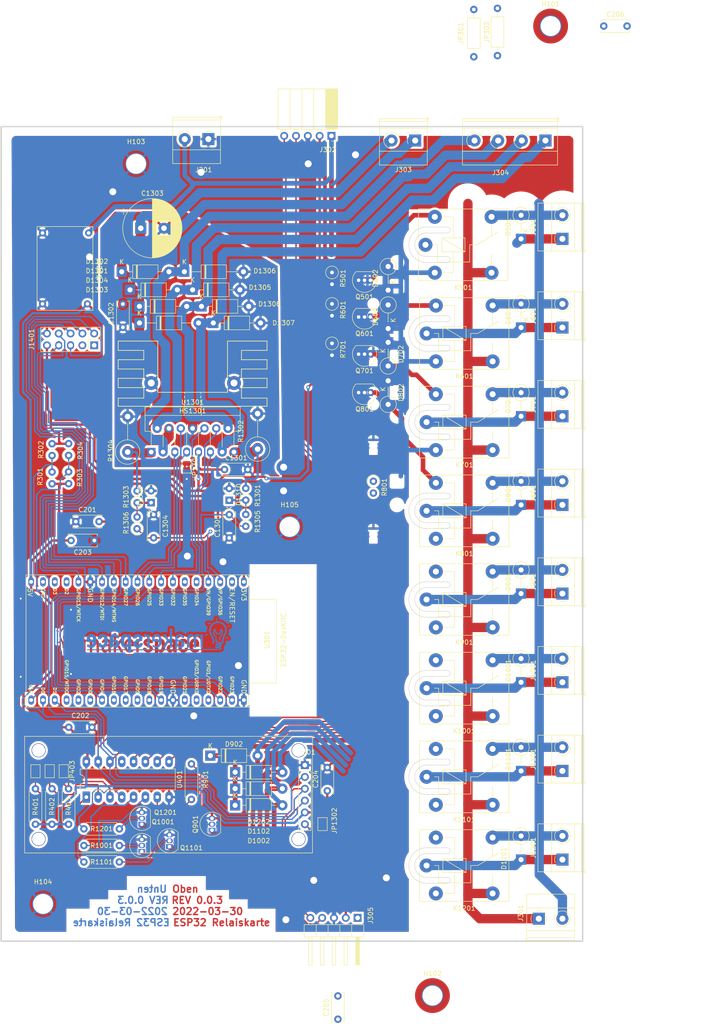
<source format=kicad_pcb>
(kicad_pcb (version 20211014) (generator pcbnew)

  (general
    (thickness 1.6)
  )

  (paper "A4" portrait)
  (title_block
    (title "ESP32 Relaiskarte")
    (date "2022-03-23")
    (rev "0.0.2")
    (company "makerspace Bocholt")
    (comment 1 "+ optionale Servo Ansteuerung")
    (comment 2 "+ optionale Lan Karte")
    (comment 4 "Frank Tobergte")
  )

  (layers
    (0 "F.Cu" signal)
    (31 "B.Cu" signal)
    (32 "B.Adhes" user "B.Adhesive")
    (33 "F.Adhes" user "F.Adhesive")
    (34 "B.Paste" user)
    (35 "F.Paste" user)
    (36 "B.SilkS" user "B.Silkscreen")
    (37 "F.SilkS" user "F.Silkscreen")
    (38 "B.Mask" user)
    (39 "F.Mask" user)
    (40 "Dwgs.User" user "User.Drawings")
    (41 "Cmts.User" user "User.Comments")
    (42 "Eco1.User" user "User.Eco1")
    (43 "Eco2.User" user "User.Eco2")
    (44 "Edge.Cuts" user)
    (45 "Margin" user)
    (46 "B.CrtYd" user "B.Courtyard")
    (47 "F.CrtYd" user "F.Courtyard")
    (48 "B.Fab" user)
    (49 "F.Fab" user)
    (50 "User.1" user "Nutzer.1")
    (51 "User.2" user "Nutzer.2")
    (52 "User.3" user "Nutzer.3")
    (53 "User.4" user "Nutzer.4")
    (54 "User.5" user "Nutzer.5")
    (55 "User.6" user "Nutzer.6")
    (56 "User.7" user "Nutzer.7")
    (57 "User.8" user "Nutzer.8")
    (58 "User.9" user "Nutzer.9")
  )

  (setup
    (stackup
      (layer "F.SilkS" (type "Top Silk Screen"))
      (layer "F.Paste" (type "Top Solder Paste"))
      (layer "F.Mask" (type "Top Solder Mask") (thickness 0.01))
      (layer "F.Cu" (type "copper") (thickness 0.035))
      (layer "dielectric 1" (type "core") (thickness 1.51) (material "FR4") (epsilon_r 4.5) (loss_tangent 0.02))
      (layer "B.Cu" (type "copper") (thickness 0.035))
      (layer "B.Mask" (type "Bottom Solder Mask") (thickness 0.01))
      (layer "B.Paste" (type "Bottom Solder Paste"))
      (layer "B.SilkS" (type "Bottom Silk Screen"))
      (copper_finish "None")
      (dielectric_constraints no)
    )
    (pad_to_mask_clearance 0)
    (aux_axis_origin 38 49)
    (grid_origin 38 49)
    (pcbplotparams
      (layerselection 0x0000020_ffffffff)
      (disableapertmacros false)
      (usegerberextensions false)
      (usegerberattributes true)
      (usegerberadvancedattributes true)
      (creategerberjobfile true)
      (svguseinch false)
      (svgprecision 6)
      (excludeedgelayer false)
      (plotframeref true)
      (viasonmask false)
      (mode 1)
      (useauxorigin false)
      (hpglpennumber 1)
      (hpglpenspeed 20)
      (hpglpendiameter 15.000000)
      (dxfpolygonmode true)
      (dxfimperialunits true)
      (dxfusepcbnewfont true)
      (psnegative false)
      (psa4output false)
      (plotreference true)
      (plotvalue false)
      (plotinvisibletext false)
      (sketchpadsonfab true)
      (subtractmaskfromsilk false)
      (outputformat 4)
      (mirror false)
      (drillshape 2)
      (scaleselection 1)
      (outputdirectory "Ausgaben/")
    )
  )

  (net 0 "")
  (net 1 "+12V")
  (net 2 "/Digital/Relais Ansteuerung/A")
  (net 3 "/Digital/Relais Ansteuerung/B")
  (net 4 "Net-(Q501-Pad2)")
  (net 5 "GND")
  (net 6 "Net-(Q601-Pad2)")
  (net 7 "Net-(Q701-Pad2)")
  (net 8 "Net-(Q801-Pad2)")
  (net 9 "Net-(Q901-Pad2)")
  (net 10 "Net-(Q1001-Pad2)")
  (net 11 "Net-(Q1101-Pad2)")
  (net 12 "Net-(Q1201-Pad2)")
  (net 13 "unconnected-(U401-Pad13)")
  (net 14 "/Digital/Relais Ansteuerung/Relais0/On")
  (net 15 "/Digital/Relais Ansteuerung/Relais1/On")
  (net 16 "/Digital/Relais Ansteuerung/Relais2/On")
  (net 17 "/Digital/Relais Ansteuerung/Relais3/On")
  (net 18 "/Digital/Relais Ansteuerung/Relais4/On")
  (net 19 "/Digital/Relais Ansteuerung/Relais5/On")
  (net 20 "/Digital/Relais Ansteuerung/Relais6/On")
  (net 21 "/Digital/Relais Ansteuerung/Relais7/On")
  (net 22 "/Digital/Lan/Sck")
  (net 23 "+3V3")
  (net 24 "unconnected-(U301-Pad2)")
  (net 25 "/Digital/Lan/So")
  (net 26 "/Digital/Lan/Si")
  (net 27 "/Digital/PCA9635 Servo/OE")
  (net 28 "unconnected-(U301-Pad16)")
  (net 29 "unconnected-(U301-Pad17)")
  (net 30 "unconnected-(U301-Pad18)")
  (net 31 "/Digital/SCL")
  (net 32 "Net-(J1301-Pad6)")
  (net 33 "unconnected-(U301-Pad5)")
  (net 34 "unconnected-(U301-Pad23)")
  (net 35 "unconnected-(U301-Pad24)")
  (net 36 "unconnected-(U301-Pad25)")
  (net 37 "/Digital/Lan/Cs")
  (net 38 "unconnected-(U301-Pad27)")
  (net 39 "unconnected-(U301-Pad28)")
  (net 40 "/Digital/Lan/CLK")
  (net 41 "unconnected-(U301-Pad30)")
  (net 42 "unconnected-(U301-Pad33)")
  (net 43 "unconnected-(U301-Pad34)")
  (net 44 "unconnected-(U301-Pad35)")
  (net 45 "unconnected-(U301-Pad6)")
  (net 46 "/Digital/Lan/Wol")
  (net 47 "/Digital/Relais Ansteuerung/Relais0/AB")
  (net 48 "/Digital/Relais Ansteuerung/Relais1/AB")
  (net 49 "/Digital/Relais Ansteuerung/Relais2/AB")
  (net 50 "/Digital/Relais Ansteuerung/Relais3/AB")
  (net 51 "/Digital/Relais Ansteuerung/Relais4/AB")
  (net 52 "/Digital/Relais Ansteuerung/Relais5/AB")
  (net 53 "/Digital/Relais Ansteuerung/Relais6/AB")
  (net 54 "/Digital/Relais Ansteuerung/Relais7/AB")
  (net 55 "/Digital/Relais Ansteuerung/Relais0/mitte")
  (net 56 "/Digital/Relais Ansteuerung/Relais1/mitte")
  (net 57 "/Digital/Relais Ansteuerung/Relais2/mitte")
  (net 58 "/Digital/Relais Ansteuerung/Relais3/mitte")
  (net 59 "/Digital/Relais Ansteuerung/Relais4/mitte")
  (net 60 "/Digital/Relais Ansteuerung/Relais5/mitte")
  (net 61 "/Digital/Relais Ansteuerung/Relais6/mitte")
  (net 62 "/Digital/Relais Ansteuerung/Relais7/mitte")
  (net 63 "/Digital/Motortreiber/M2B")
  (net 64 "/Digital/Motortreiber/M2A")
  (net 65 "/Digital/Motortreiber/M1B")
  (net 66 "/Digital/Motortreiber/M1A")
  (net 67 "/Digital/Motortreiber/1m")
  (net 68 "+5V")
  (net 69 "/Digital/Motortreiber/2m")
  (net 70 "/Digital/Motortreiber/GNDPWR")
  (net 71 "/Digital/Motortreiber/VS")
  (net 72 "Net-(JP401-Pad2)")
  (net 73 "Net-(JP402-Pad2)")
  (net 74 "Net-(JP403-Pad2)")
  (net 75 "/Digital/Lan/Reset")
  (net 76 "/Digital/SDA")
  (net 77 "/Digital/Lan/Int")
  (net 78 "Net-(D1309-Pad1)")
  (net 79 "/Digital/1Mess")
  (net 80 "/Digital/2Mess")
  (net 81 "/Digital/1A")
  (net 82 "/Digital/1En")
  (net 83 "/Digital/1B")
  (net 84 "/Digital/2A")
  (net 85 "/Digital/2En")
  (net 86 "/Digital/2B")
  (net 87 "Net-(D1310-Pad1)")
  (net 88 "unconnected-(U301-Pad29)")

  (footprint "Package_TO_SOT_THT:TO-92_Inline" (layer "F.Cu") (at 68.232 204.726 90))

  (footprint "Diode_THT:D_DO-41_SOD81_P5.08mm_Vertical_KathodeUp" (layer "F.Cu") (at 149.76 111.23 90))

  (footprint "Diode_THT:D_DO-41_SOD81_P5.08mm_Vertical_KathodeUp" (layer "F.Cu") (at 121.185 84.142818 90))

  (footprint "MountingHole:MountingHole_4.3mm_M4_DIN965_Pad_TopOnly" (layer "F.Cu") (at 156.11 27.41))

  (footprint "Diode_THT:D_DO-41_SOD81_P10.16mm_Horizontal" (layer "F.Cu") (at 88.292 191.24))

  (footprint "Resistor_THT:R_Axial_DIN0207_L6.3mm_D2.5mm_P2.54mm_Vertical" (layer "F.Cu") (at 48.9425 119.6795 90))

  (footprint "Diode_THT:D_DO-41_SOD81_P5.08mm_Vertical_KathodeUp" (layer "F.Cu") (at 149.76 187.43 90))

  (footprint "Resistor_THT:R_Axial_DIN0207_L6.3mm_D2.5mm_P10.16mm_Horizontal" (layer "F.Cu") (at 139.6 23.854 -90))

  (footprint "Resistor_THT:R_Axial_DIN0207_L6.3mm_D2.5mm_P7.62mm_Horizontal" (layer "F.Cu") (at 55.786 203.456))

  (footprint "Package_TO_SOT_THT:TO-92_Inline" (layer "F.Cu") (at 83.324 200.154 90))

  (footprint "Resistor_THT:R_Axial_DIN0207_L6.3mm_D2.5mm_P2.54mm_Vertical" (layer "F.Cu") (at 109.12 95.58 -90))

  (footprint "eigene Modelle:Adafruit PCA9685" (layer "F.Cu") (at 103.284 186.184))

  (footprint "Package_TO_SOT_THT:TO-92_Inline" (layer "F.Cu") (at 117.375 106.15 180))

  (footprint "Resistor_THT:R_Axial_DIN0207_L6.3mm_D2.5mm_P2.54mm_Vertical" (layer "F.Cu") (at 118.01 125.2 -90))

  (footprint "Capacitor_THT:C_Disc_D6.0mm_W2.5mm_P5.00mm" (layer "F.Cu") (at 86.012 122.684))

  (footprint "Resistor_THT:R_Axial_DIN0516_L15.5mm_D5.0mm_P7.62mm_Vertical" (layer "F.Cu") (at 65.184 118.921925 90))

  (footprint "Diode_THT:D_DO-41_SOD81_P12.70mm_Horizontal" (layer "F.Cu") (at 77.376 80.186925))

  (footprint "MountingHole:MountingHole_4.3mm_M4_DIN965_Pad_TopOnly" (layer "F.Cu") (at 47 216))

  (footprint "Resistor_THT:R_Axial_DIN0207_L6.3mm_D2.5mm_P7.62mm_Horizontal" (layer "F.Cu") (at 45.372 198.884 90))

  (footprint "Jumper:SolderJumper-2_P1.3mm_Open_TrianglePad1.0x1.5mm" (layer "F.Cu") (at 51.468 187.491 -90))

  (footprint "Diode_THT:D_DO-41_SOD81_P10.16mm_Horizontal" (layer "F.Cu") (at 83.599 91.188))

  (footprint "Diode_THT:D_DO-41_SOD81_P12.70mm_Horizontal" (layer "F.Cu") (at 67.724 91.188))

  (footprint "Diode_THT:D_DO-41_SOD81_P10.16mm_Horizontal" (layer "F.Cu") (at 79.154 84.076))

  (footprint "Resistor_THT:R_Axial_DIN0516_L15.5mm_D5.0mm_P7.62mm_Vertical" (layer "F.Cu") (at 93.124 118.286925 90))

  (footprint "TerminalBlock_Phoenix:TerminalBlock_Phoenix_MKDS-1,5-2-5.08_1x02_P5.08mm_Horizontal" (layer "F.Cu") (at 127 52 180))

  (footprint "Diode_THT:D_DO-41_SOD81_P5.08mm_Vertical_KathodeUp" (layer "F.Cu") (at 149.76 73.13 90))

  (footprint "Jumper:SolderJumper-2_P1.3mm_Open_TrianglePad1.0x1.5mm" (layer "F.Cu") (at 48.42 187.491 -90))

  (footprint "TerminalBlock_Phoenix:TerminalBlock_Phoenix_MKDS-1,5-2-5.08_1x02_P5.08mm_Horizontal" (layer "F.Cu") (at 158.65 149.33 90))

  (footprint "Resistor_THT:R_Axial_DIN0207_L6.3mm_D2.5mm_P2.54mm_Vertical" (layer "F.Cu") (at 90.584 134.876 90))

  (footprint "TerminalBlock_Phoenix:TerminalBlock_Phoenix_MKDS-1,5-2-5.08_1x02_P5.08mm_Horizontal" (layer "F.Cu") (at 158.65 206.48 90))

  (footprint "Relay_THT:Relay_SPDT_Finder_36.11" (layer "F.Cu") (at 129.44 93.45))

  (footprint "Package_TO_SOT_THT:TO-92_Inline" (layer "F.Cu") (at 68.232 198.884 90))

  (footprint "Diode_THT:D_DO-41_SOD81_P5.08mm_Vertical_KathodeUp" (layer "F.Cu") (at 149.76 206.48 90))

  (footprint "TerminalBlock_Phoenix:TerminalBlock_Phoenix_MKDS-1,5-2-5.08_1x02_P5.08mm_Horizontal" (layer "F.Cu") (at 158.65 168.38 90))

  (footprint "Resistor_THT:R_Axial_DIN0207_L6.3mm_D2.5mm_P2.54mm_Vertical" (layer "F.Cu") (at 109.12 80.34 -90))

  (footprint "Capacitor_THT:C_Disc_D6.0mm_W2.5mm_P5.00mm" (layer "F.Cu") (at 64.168 87.124 -90))

  (footprint "Capacitor_THT:C_Disc_D6.0mm_W2.5mm_P5.00mm" (layer "F.Cu") (at 110.39 240.77 90))

  (footprint "Jumper:SolderJumper-2_P1.3mm_Bridged2Bar_Pad1.0x1.5mm" (layer "F.Cu") (at 77.884 122.034 -90))

  (footprint "Diode_THT:D_DO-41_SOD81_P5.08mm_Vertical_KathodeUp" (layer "F.Cu") (at 149.76 130.28 90))

  (footprint "TerminalBlock_Phoenix:TerminalBlock_Phoenix_MKDS-1,5-2-5.08_1x02_P5.08mm_Horizontal" (layer "F.Cu") (at 158.65 187.43 90))

  (footprint "Capacitor_THT:C_Disc_D6.0mm_W2.5mm_P5.00mm" (layer "F.Cu") (at 59.048 133.86 180))

  (footprint "Resistor_THT:R_Axial_DIN0207_L6.3mm_D2.5mm_P2.54mm_Vertical" (layer "F.Cu") (at 52.4985 123.1775 -90))

  (footprint "Diode_THT:D_DO-41_SOD81_P5.08mm_Vertical_KathodeUp" (layer "F.Cu") (at 149.76 92.18 90))

  (footprint "TerminalBlock_Phoenix:TerminalBlock_Phoenix_MKDS-1,5-2-5.08_1x02_P5.08mm_Horizontal" (layer "F.Cu") (at 153.57 219.18))

  (footprint "Jumper:SolderJumper-2_P1.3mm_Open_TrianglePad1.0x1.5mm" (layer "F.Cu") (at 107.088 198.86 90))

  (footprint "TerminalBlock_Phoenix:TerminalBlock_Phoenix_MKDS-1,5-2-5.08_1x02_P5.08mm_Horizontal" (layer "F.Cu") (at 158.65 92.18 90))

  (footprint "MountingHole:MountingHole_4.3mm_M4_DIN965_Pad_TopOnly" (layer "F.Cu") (at 100 135))

  (footprint "TerminalBlock_Phoenix:TerminalBlock_Phoenix_MKDS-1,5-2-5.08_1x02_P5.08mm_Horizontal" (layer "F.Cu") (at 158.65 73.13 90))

  (footprint "Relay_THT:Relay_SPDT_Finder_36.11" (layer "F.Cu")
    (tedit 5D3F5A07) (tstamp 801c64f0-ab6e-4d61-9b6a-86d14b0523dd)
    (at 129.44 169.65)
    (descr "FINDER 36.11, SPDT relay, 10A, https://gfinder.findernet.com/public/attachments/36/EN/S36EN.pdf")
    (tags "spdt relay")
    (property "Sheetfile" "Relais.kicad_sch")
    (property "Sheetname" "Relais5")
    (path "/c7d0284b-26f3-46a0-a20a-63616420e27a/e5b83e64-c70c-4e3c-91cb-1e480aa92410/db20377f-4b75-45a0-8597-766c8c64deaf/754b5411-6980-4296-853f-191c0eb30474")
    (attr through_hole)
    (fp_text reference "K1001" (at 8.1 9.2) (layer "F.SilkS")
      (effects (font (size 1 1) (thickness 0.15)))
      (tstamp 9395f968-0284-4160-a63f-81a841492eba)
    )
    (fp_text value "FINDER-36.11" (at 8 -9.6) (layer "F.Fab")
      (effects (font (size 1 1) (thickness 0.15)))
      (tstamp b9451353-e7bc-437a-bab4-b926c2329139)
    )
    (fp_text user "${REFERENCE}" (at 7.1 0.025) (layer "F.Fab")
      (effects (font (size 1 1) (thickness 0.15)))
      (tstamp faac2a35-39e0-4d4c-8f81-f0e1f1b7971d)
    )
    (fp_line (start 9.5 3.7) (end 2.6 3.7) (layer "F.SilkS") (width 0.12) (tstamp 05c95e20-b8ce-45a0-abe6-40ea1ba1906f))
    (fp_line (start 6 1.5) (end 6 6) (layer "F.SilkS") (width 0.12) (tstamp 067a12da-0e32-4e58-b214-2d90cc155d8e))
    (fp_line (start 9.5 0) (end 11 0) (layer "F.SilkS") (width 0.12) (tstamp 19ee6660-55b6-4dfa-a51f-b217e2508e8a))
    (fp_line (start 14.2 4.3) (end 14.2 2) (layer "F.SilkS") (width 0.12) (tstamp 1c0521a5-e727-460a-957a-2d221172752e))
    (fp_line (start 6 -6) (end 6 -1.5) (layer "F.SilkS") (width 0.12) (tstamp 1eb1b653-7f26-495c-b67d-ee4b46758573))
    (fp_line (start 8.5 1.5) (end 3.5 1.5) (layer "F.SilkS") (width 0.12) (tstamp 27d32b49-50f6-45d8-908d-8d0c3a0dd20f))
    (fp_line (start -1.5 1.2) (end -1.5 7.7) (layer "F.SilkS") (width 0.12) (tstamp 48ac4c30-fa2e-4a67-8f7a-c41e1b53fef1))
    (fp_line (start 9.5 0) (end 9.5 3.7) (layer "F.SilkS") (width 0.12) (tstamp 4f48e6b7-63f8-4c5c-8f8c-2a5a55a7fb98))
    (fp_line (start 14.2 -4.3) (end 14.2 -2) (layer "F.SilkS") (width 0.12) (tstamp 67e74fc8-5c9f-4b99-af70-ff2f67e48256))
    (fp_line (start 2.6 0) (end 1.7 0) (layer "F.SilkS") (width 0.12) (tstamp 6e1c18b9-3fea-4204-afc6-38aaff3cd6af))
    (fp_line (start 2.6 0) (end 2.6 3.7) (layer "F.SilkS") (width 0.12) (tstamp 7182f4f7-75eb-45ac-a4c0-af2b19ff81c2))
    (fp_line (start 11 0) (end 15.5 -2.7) (layer "F.SilkS") (width 0.12) (tstamp 83e2b57a-4e81-4144-aaaa-87bf9da585b0))
    (fp_line (start 3.5 -1.5) (end 8.5 -1.5) (layer "F.SilkS") (width 0.12) (tstamp 950d0cc2-df83-4010-bb7e-8148784ecf71))
    (fp_line (start -1.5 -7.7) (end 17.7 -7.7) (layer "F.SilkS") (width 0.12) (tstamp a6a896b6-75a2-4b07-8687-c487837b3dbd))
    (fp_line (start 3.5 1.5) (end 3.5 -1.5) (layer "F.SilkS") (width 0.12) (tstamp b02807b2-68ee-4443-a587-8ddca9c1bd56))
    (fp_line (start 3.7 6) (end 6 6) (layer "F.SilkS") (width 0.12) (tstamp c9afee8c-244d-440c-a2c3-c79f0d6dd09f))
    (fp_line (start -1.5 -7.7) (end -1.5 -1.2) (layer "F.SilkS") (width 0.12) (tstamp cfb4f98c-9f92-4c06-acfc-cdeb6c1755c5))
    (fp_line (start 17.7 -7.7) (end 17.7 7.7) (layer "F.SilkS") (width 0.12) (tstamp e065d567-e0ca-4c5a-a515-5ba69590cd6f))
    (fp_line (start 8.5 1.5) (end 3.5 -1.5) (layer "F.SilkS") (width 0.12) (tstamp e12dcb7c-fa73-4965-a4ec-4ba2a9fc8fce))
    (fp_line (start 17.7 7.7) (end -1.5 7.7) (layer "F.SilkS") (width 0.12) (tstamp e1c5efdc-656c-4f60-b6f6-990fcaf09f80))
    (fp_line (start 8.5 -1.5) (end 8.5 1.5) (layer "F.SilkS") (width 0.12) (tstamp e5971e79-cd0a-403b-8c1a-10acb3780fb4))
    (fp_line (start 6 -6) (end 3.7 -6) (layer "F.SilkS") (width 0.12) (tstamp e8d8bbd4-2e6c-40b0-92e3-9d9c5a98e195))
    (fp_line (start -1.75 7.85) (end 17.85 7.85) (layer "F.CrtYd") (width 0.05) (tstamp 50c8d533-6f3c-493e-9239-07211b26a9b9))
    (fp_line (start -1.75 7.85) (end -1.75 -7.85) (layer "F.CrtYd") (width 0.05) (ts
... [2107620 chars truncated]
</source>
